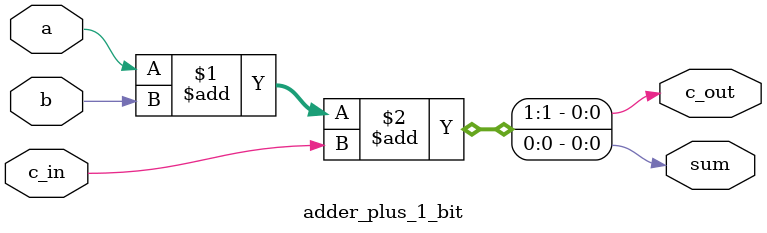
<source format=sv>
module adder_plus_1_bit (
    input logic a,  // <1>
    input logic b,  // <2>
    input logic c_in,  // <3>
    output logic c_out,  // <4>
    output logic sum  // <5>
);  // <6>
  assign {c_out, sum} = a + b + c_in;  // <7>
endmodule

</source>
